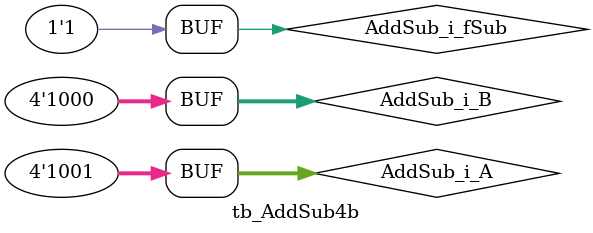
<source format=v>
module tb_AddSub4b;
reg [3:0]AddSub_i_A;
reg [3:0]AddSub_i_B;
reg      AddSub_i_fSub;
wire[3:0] AddSub_o_S;
wire AddSub_o_C;
wire[4:0]AddSub_o;
assign AddSub_o = {AddSub_o_C,AddSub_o_S};

AddSub4b U0(AddSub_i_A,AddSub_i_B,AddSub_i_fSub,AddSub_o_S,AddSub_o_C);

initial
begin
  
  AddSub_i_fSub=1;
  AddSub_i_A=4'b1010;AddSub_i_B=4'b1100;
  #10 AddSub_i_A=5; AddSub_i_B=7;
  #10 AddSub_i_A=9; AddSub_i_B=8;
  
end
endmodule


</source>
